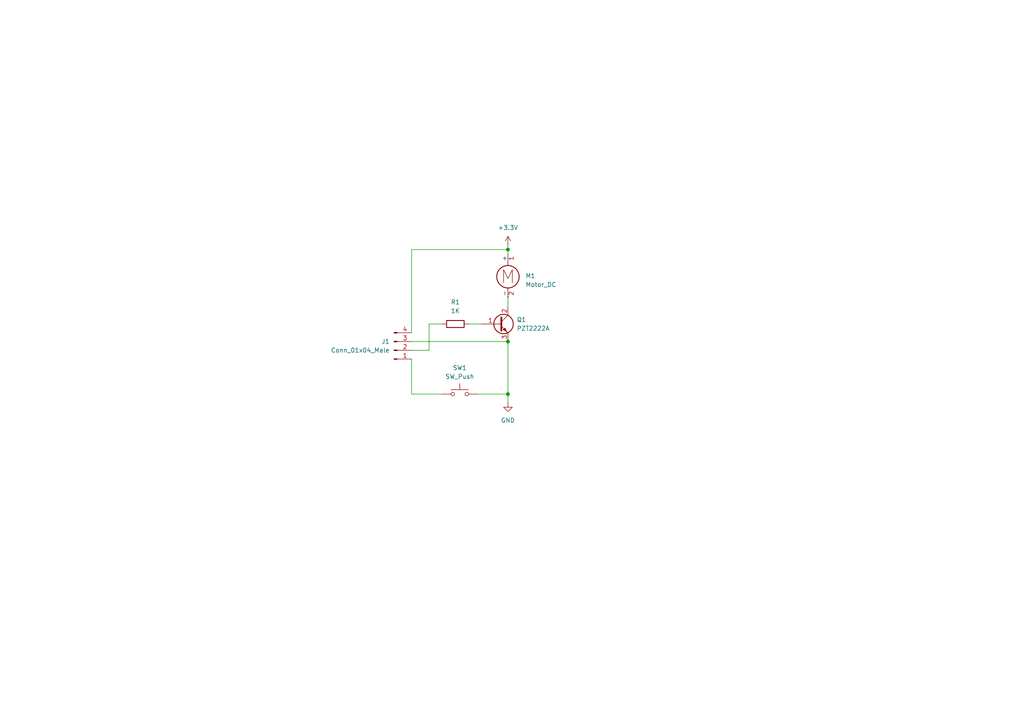
<source format=kicad_sch>
(kicad_sch (version 20211123) (generator eeschema)
  (paper "A4")
  (lib_symbols
    (symbol "Connector:Conn_01x04_Male" (pin_names (offset 1.016) hide)
      (property "Reference" "J" (at 0 5.08 0))
      (property "Value" "Conn_01x04_Male" (at 0 -7.62 0))
      (symbol "Conn_01x04_Male_1_1"
        (polyline (pts (xy 1.27 -5.08) (xy 0.8636 -5.08)) (stroke (width 0.1524)))
        (polyline (pts (xy 1.27 -2.54) (xy 0.8636 -2.54)) (stroke (width 0.1524)))
        (polyline (pts (xy 1.27 0) (xy 0.8636 0)) (stroke (width 0.1524)))
        (polyline (pts (xy 1.27 2.54) (xy 0.8636 2.54)) (stroke (width 0.1524)))
        (rectangle (start 0.8636 -4.953) (end 0 -5.207) (stroke (width 0.1524)) (fill (type outline)))
        (rectangle (start 0.8636 -2.413) (end 0 -2.667) (stroke (width 0.1524)) (fill (type outline)))
        (rectangle (start 0.8636 0.127) (end 0 -0.127) (stroke (width 0.1524)) (fill (type outline)))
        (rectangle (start 0.8636 2.667) (end 0 2.413) (stroke (width 0.1524)) (fill (type outline)))
        (pin passive line (at 5.08 2.54 180) (length 3.81) (name "Pin_1") (number "1"))
        (pin passive line (at 5.08 0 180) (length 3.81) (name "Pin_2") (number "2"))
        (pin passive line (at 5.08 -2.54 180) (length 3.81) (name "Pin_3") (number "3"))
        (pin passive line (at 5.08 -5.08 180) (length 3.81) (name "Pin_4") (number "4"))
      )
    )
    (symbol "Device:R" (pin_numbers hide) (pin_names (offset 0))
      (property "Reference" "R" (at 2.032 0 90))
      (property "Value" "R" (at 0 0 90))
      (symbol "R_0_1"
        (rectangle (start -1.016 -2.54) (end 1.016 2.54) (stroke (width 0.254)))
      )
      (symbol "R_1_1"
        (pin passive line (at 0 3.81 270) (length 1.27) (name "~") (number "1"))
        (pin passive line (at 0 -3.81 90) (length 1.27) (name "~") (number "2"))
      )
    )
    (symbol "Motor:Motor_DC" (pin_names (offset 0))
      (property "Reference" "M" (at 2.54 2.54 0))
      (property "Value" "Motor_DC" (at 2.54 -5.08 0))
      (symbol "Motor_DC_0_0"
        (polyline (pts (xy -1.27 -3.302) (xy -1.27 0.508) (xy 0 -2.032) (xy 1.27 0.508) (xy 1.27 -3.302)))
      )
      (symbol "Motor_DC_0_1"
        (circle (center 0 -1.524) (radius 3.2512) (stroke (width 0.254)))
        (polyline (pts (xy 0 -7.62) (xy 0 -7.112)))
        (polyline (pts (xy 0 -4.7752) (xy 0 -5.1816)))
        (polyline (pts (xy 0 1.7272) (xy 0 2.0828)))
        (polyline (pts (xy 0 2.032) (xy 0 2.54)))
      )
      (symbol "Motor_DC_1_1"
        (pin passive line (at 0 5.08 270) (length 2.54) (name "+") (number "1"))
        (pin passive line (at 0 -7.62 90) (length 2.54) (name "-") (number "2"))
      )
    )
    (symbol "Switch:SW_Push" (pin_numbers hide) (pin_names (offset 1.016) hide)
      (property "Reference" "SW" (at 1.27 2.54 0))
      (property "Value" "SW_Push" (at 0 -1.524 0))
      (symbol "SW_Push_0_1"
        (circle (center -2.032 0) (radius 0.508))
        (polyline (pts (xy 0 1.27) (xy 0 3.048)))
        (polyline (pts (xy 2.54 1.27) (xy -2.54 1.27)))
        (circle (center 2.032 0) (radius 0.508))
        (pin passive line (at -5.08 0 0) (length 2.54) (name "1") (number "1"))
        (pin passive line (at 5.08 0 180) (length 2.54) (name "2") (number "2"))
      )
    )
    (symbol "Transistor_BJT:PZT2222A" (pin_names (offset 0) hide)
      (property "Reference" "Q" (at 5.08 1.905 0))
      (property "Value" "PZT2222A" (at 5.08 0 0))
      (symbol "PZT2222A_0_1"
        (polyline (pts (xy 0 0) (xy 0.635 0)))
        (polyline (pts (xy 2.54 -2.54) (xy 0.635 -0.635)))
        (polyline (pts (xy 2.54 2.54) (xy 0.635 0.635)))
        (polyline (pts (xy 0.635 1.905) (xy 0.635 -1.905) (xy 0.635 -1.905)) (stroke (width 0.508)))
        (polyline (pts (xy 2.286 -2.286) (xy 1.778 -1.778) (xy 1.778 -1.778)))
        (polyline (pts (xy 1.143 -1.651) (xy 1.651 -1.143) (xy 2.159 -2.159) (xy 1.143 -1.651) (xy 1.143 -1.651)) (fill (type outline)))
        (circle (center 1.27 0) (radius 2.8194) (stroke (width 0.254)))
      )
      (symbol "PZT2222A_1_1"
        (pin input line (at -5.08 0 0) (length 5.08) (name "B") (number "1"))
        (pin passive line (at 2.54 5.08 270) (length 2.54) (name "C") (number "2"))
        (pin passive line (at 2.54 -5.08 90) (length 2.54) (name "E") (number "3"))
      )
    )
    (symbol "power:+3.3V" (power) (pin_names (offset 0))
      (property "Value" "+3.3V" (at 0 3.556 0))
      (symbol "+3.3V_0_1"
        (polyline (pts (xy -0.762 1.27) (xy 0 2.54)))
        (polyline (pts (xy 0 0) (xy 0 2.54)))
        (polyline (pts (xy 0 2.54) (xy 0.762 1.27)))
      )
      (symbol "+3.3V_1_1"
        (pin power_in line (at 0 0 90) (length 0) hide (name "+3.3V") (number "1"))
      )
    )
    (symbol "power:GND" (power) (pin_names (offset 0))
      (property "Value" "GND" (at 0 -3.81 0))
      (symbol "GND_0_1"
        (polyline (pts (xy 0 0) (xy 0 -1.27) (xy 1.27 -1.27) (xy 0 -2.54) (xy -1.27 -1.27) (xy 0 -1.27)))
      )
      (symbol "GND_1_1"
        (pin power_in line (at 0 0 270) (length 0) hide (name "GND") (number "1"))
      )
    )
  )
  (junction (at 147.32 99.06))
  (junction (at 147.32 114.3))
  (junction (at 147.32 72.39))
  (wire (pts (xy 147.32 72.39) (xy 147.32 73.66)))
  (wire (pts (xy 147.32 71.12) (xy 147.32 72.39)))
  (wire (pts (xy 147.32 99.06) (xy 147.32 114.3)))
  (wire (pts (xy 135.89 93.98) (xy 139.7 93.98)))
  (wire (pts (xy 147.32 86.36) (xy 147.32 88.9)))
  (wire (pts (xy 138.43 114.3) (xy 147.32 114.3)))
  (wire (pts (xy 124.46 93.98) (xy 128.27 93.98)))
  (wire (pts (xy 119.38 72.39) (xy 147.32 72.39)))
  (wire (pts (xy 147.32 114.3) (xy 147.32 116.84)))
  (wire (pts (xy 119.38 114.3) (xy 128.27 114.3)))
  (wire (pts (xy 119.38 96.52) (xy 119.38 72.39)))
  (wire (pts (xy 119.38 99.06) (xy 147.32 99.06)))
  (wire (pts (xy 119.38 104.14) (xy 119.38 114.3)))
  (wire (pts (xy 124.46 101.6) (xy 124.46 93.98)))
  (wire (pts (xy 119.38 101.6) (xy 124.46 101.6)))
  (symbol (lib_id "Motor:Motor_DC") (at 147.32 78.74 0) (unit 1)
    (property "Reference" "M1" (at 152.4 80.0099 0) (effects (justify left)))
    (property "Value" "Motor_DC" (at 152.4 82.5499 0) (effects (justify left)))
    (property "Footprint" "TestPoint:TestPoint_2Pads_Pitch2.54mm_Drill0.8mm" (effects hide))
  )
  (symbol (lib_id "Device:R") (at 132.08 93.98 270) (unit 1)
    (property "Reference" "R1" (at 132.08 87.63 90))
    (property "Value" "1K" (at 132.08 90.17 90))
    (property "Footprint" "Resistor_SMD:R_0603_1608Metric" (effects hide))
  )
  (symbol (lib_id "power:GND") (at 147.32 116.84 0) (unit 1)
    (property "Reference" "#PWR0102" (effects hide))
    (property "Value" "GND" (at 147.32 121.92 0))
  )
  (symbol (lib_id "Connector:Conn_01x04_Male") (at 114.3 101.6 0) (mirror x) (unit 1)
    (property "Reference" "J1" (at 113.03 99.0599 0) (effects (justify right)))
    (property "Value" "Conn_01x04_Male" (at 113.03 101.5999 0) (effects (justify right)))
    (property "Footprint" "Connector_PinHeader_2.54mm:PinHeader_1x04_P2.54mm_Horizontal" (effects hide))
  )
  (symbol (lib_id "Switch:SW_Push") (at 133.35 114.3 0) (unit 1)
    (property "Reference" "SW1" (at 133.35 106.68 0))
    (property "Value" "SW_Push" (at 133.35 109.22 0))
    (property "Footprint" "Button_Switch_THT:SW_PUSH-12mm" (effects hide))
  )
  (symbol (lib_id "Transistor_BJT:PZT2222A") (at 144.78 93.98 0) (unit 1)
    (property "Reference" "Q1" (at 149.86 92.7099 0) (effects (justify left)))
    (property "Value" "PZT2222A" (at 149.86 95.2499 0) (effects (justify left)))
    (property "Footprint" "Package_TO_SOT_SMD:SOT-223-3_TabPin2" (effects hide))
    (property "Datasheet" "https://www.onsemi.com/pub/Collateral/PN2222-D.PDF" (effects hide))
  )
  (symbol (lib_id "power:+3.3V") (at 147.32 71.12 0) (unit 1)
    (property "Reference" "#PWR0101" (effects hide))
    (property "Value" "+3.3V" (at 147.32 66.04 0))
  )
)
</source>
